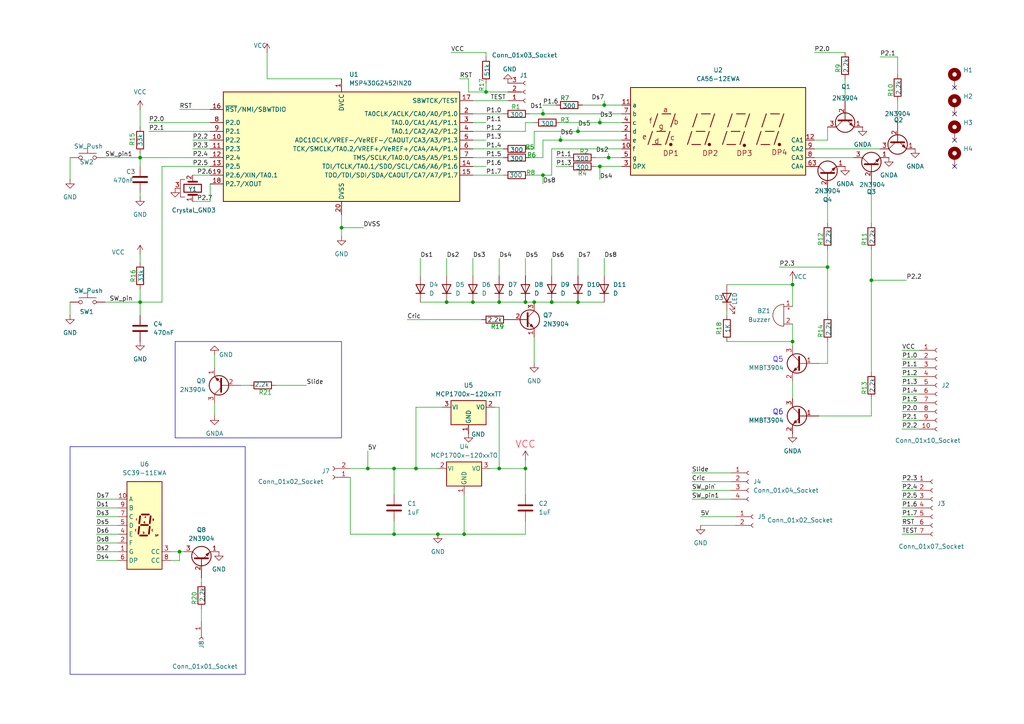
<source format=kicad_sch>
(kicad_sch (version 20231120) (generator "eeschema") (generator_version "8.0")
  (paper "A4")
  (junction (at 175.26 30.48))
  (junction (at 144.78 135.89))
  (junction (at 173.99 48.26))
  (junction (at 152.4 87.63))
  (junction (at 152.4 135.89))
  (junction (at 173.99 35.56))
  (junction (at 176.53 45.72))
  (junction (at 229.87 99.06))
  (junction (at 240.03 77.47))
  (junction (at 162.56 40.64))
  (junction (at 144.78 87.63))
  (junction (at 127 154.94))
  (junction (at 137.16 87.63))
  (junction (at 106.68 135.89))
  (junction (at 167.64 38.1))
  (junction (at 157.48 50.8))
  (junction (at 40.64 87.63))
  (junction (at 120.65 135.89))
  (junction (at 99.06 66.04))
  (junction (at 160.02 87.63))
  (junction (at 129.54 87.63))
  (junction (at 52.07 160.02))
  (junction (at 40.64 45.72))
  (junction (at 229.87 82.55))
  (junction (at 157.48 33.02))
  (junction (at 140.97 26.67))
  (junction (at 167.64 87.63))
  (junction (at 154.94 87.63))
  (junction (at 134.62 154.94))
  (junction (at 114.3 135.89))
  (junction (at 252.73 81.28))
  (junction (at 114.3 154.94))
  (no_connect (at 276.86 48.26))
  (no_connect (at 276.86 33.02))
  (no_connect (at 276.86 25.4))
  (no_connect (at 276.86 40.64))
  (wire (pts (xy 140.97 26.67) (xy 147.32 26.67)))
  (wire (pts (xy 212.09 137.16) (xy 200.66 137.16)))
  (wire (pts (xy 137.16 29.21) (xy 147.32 29.21)))
  (wire (pts (xy 34.29 144.78) (xy 27.94 144.78)))
  (wire (pts (xy 261.62 142.24) (xy 265.43 142.24)))
  (wire (pts (xy 133.35 22.86) (xy 135.89 22.86)))
  (wire (pts (xy 154.94 35.56) (xy 152.4 35.56)))
  (wire (pts (xy 261.62 119.38) (xy 266.7 119.38)))
  (wire (pts (xy 40.64 87.63) (xy 40.64 91.44)))
  (wire (pts (xy 152.4 151.13) (xy 152.4 154.94)))
  (wire (pts (xy 176.53 45.72) (xy 180.34 45.72)))
  (wire (pts (xy 261.62 114.3) (xy 266.7 114.3)))
  (wire (pts (xy 210.82 99.06) (xy 229.87 99.06)))
  (wire (pts (xy 40.64 45.72) (xy 40.64 48.26)))
  (wire (pts (xy 49.53 160.02) (xy 52.07 160.02)))
  (wire (pts (xy 137.16 40.64) (xy 140.97 40.64)))
  (wire (pts (xy 140.97 15.24) (xy 140.97 16.51)))
  (wire (pts (xy 261.62 111.76) (xy 266.7 111.76)))
  (wire (pts (xy 261.62 121.92) (xy 266.7 121.92)))
  (wire (pts (xy 121.92 87.63) (xy 129.54 87.63)))
  (wire (pts (xy 134.62 154.94) (xy 134.62 143.51)))
  (wire (pts (xy 20.32 87.63) (xy 20.32 91.44)))
  (wire (pts (xy 40.64 87.63) (xy 46.99 87.63)))
  (wire (pts (xy 252.73 64.77) (xy 252.73 53.34)))
  (wire (pts (xy 261.62 149.86) (xy 265.43 149.86)))
  (wire (pts (xy 157.48 31.75) (xy 157.48 33.02)))
  (wire (pts (xy 20.32 45.72) (xy 20.32 52.07)))
  (wire (pts (xy 261.62 147.32) (xy 265.43 147.32)))
  (wire (pts (xy 43.18 35.56) (xy 60.96 35.56)))
  (wire (pts (xy 137.16 43.18) (xy 146.05 43.18)))
  (wire (pts (xy 162.56 40.64) (xy 157.48 40.64)))
  (wire (pts (xy 167.64 74.93) (xy 167.64 80.01)))
  (wire (pts (xy 261.62 104.14) (xy 266.7 104.14)))
  (wire (pts (xy 240.03 36.83) (xy 240.03 40.64)))
  (wire (pts (xy 261.62 101.6) (xy 266.7 101.6)))
  (wire (pts (xy 27.94 160.02) (xy 34.29 160.02)))
  (wire (pts (xy 69.85 111.76) (xy 72.39 111.76)))
  (wire (pts (xy 240.03 91.44) (xy 240.03 77.47)))
  (wire (pts (xy 55.88 58.42) (xy 60.96 58.42)))
  (wire (pts (xy 261.62 124.46) (xy 266.7 124.46)))
  (wire (pts (xy 173.99 34.29) (xy 173.99 35.56)))
  (wire (pts (xy 245.11 22.86) (xy 245.11 29.21)))
  (wire (pts (xy 157.48 50.8) (xy 153.67 50.8)))
  (wire (pts (xy 40.64 55.88) (xy 40.64 57.15)))
  (wire (pts (xy 114.3 135.89) (xy 114.3 143.51)))
  (wire (pts (xy 62.23 116.84) (xy 62.23 120.65)))
  (wire (pts (xy 114.3 135.89) (xy 120.65 135.89)))
  (wire (pts (xy 55.88 50.8) (xy 60.96 50.8)))
  (wire (pts (xy 43.18 38.1) (xy 60.96 38.1)))
  (wire (pts (xy 121.92 74.93) (xy 121.92 80.01)))
  (wire (pts (xy 101.6 138.43) (xy 101.6 154.94)))
  (wire (pts (xy 114.3 154.94) (xy 127 154.94)))
  (wire (pts (xy 40.64 31.75) (xy 40.64 36.83)))
  (wire (pts (xy 175.26 29.21) (xy 175.26 30.48)))
  (wire (pts (xy 154.94 38.1) (xy 154.94 43.18)))
  (wire (pts (xy 34.29 147.32) (xy 27.94 147.32)))
  (wire (pts (xy 129.54 87.63) (xy 137.16 87.63)))
  (wire (pts (xy 144.78 118.11) (xy 144.78 135.89)))
  (wire (pts (xy 142.24 135.89) (xy 144.78 135.89)))
  (wire (pts (xy 27.94 157.48) (xy 34.29 157.48)))
  (wire (pts (xy 101.6 154.94) (xy 114.3 154.94)))
  (wire (pts (xy 55.88 40.64) (xy 60.96 40.64)))
  (wire (pts (xy 27.94 162.56) (xy 34.29 162.56)))
  (wire (pts (xy 237.49 120.65) (xy 252.73 120.65)))
  (wire (pts (xy 120.65 135.89) (xy 127 135.89)))
  (wire (pts (xy 99.06 22.86) (xy 77.47 22.86)))
  (wire (pts (xy 173.99 48.26) (xy 173.99 52.07)))
  (wire (pts (xy 55.88 43.18) (xy 60.96 43.18)))
  (wire (pts (xy 245.11 15.24) (xy 236.22 15.24)))
  (wire (pts (xy 52.07 160.02) (xy 53.34 160.02)))
  (wire (pts (xy 128.27 118.11) (xy 120.65 118.11)))
  (wire (pts (xy 99.06 66.04) (xy 99.06 62.23)))
  (wire (pts (xy 140.97 15.24) (xy 130.81 15.24)))
  (wire (pts (xy 210.82 82.55) (xy 229.87 82.55)))
  (wire (pts (xy 260.35 29.21) (xy 260.35 35.56)))
  (wire (pts (xy 252.73 81.28) (xy 252.73 72.39)))
  (wire (pts (xy 261.62 152.4) (xy 265.43 152.4)))
  (wire (pts (xy 101.6 135.89) (xy 106.68 135.89)))
  (wire (pts (xy 137.16 38.1) (xy 152.4 38.1)))
  (wire (pts (xy 236.22 48.26) (xy 234.95 48.26)))
  (wire (pts (xy 105.41 66.04) (xy 99.06 66.04)))
  (wire (pts (xy 99.06 68.58) (xy 99.06 66.04)))
  (wire (pts (xy 144.78 87.63) (xy 152.4 87.63)))
  (wire (pts (xy 261.62 106.68) (xy 266.7 106.68)))
  (wire (pts (xy 167.64 87.63) (xy 175.26 87.63)))
  (wire (pts (xy 137.16 87.63) (xy 144.78 87.63)))
  (wire (pts (xy 212.09 144.78) (xy 200.66 144.78)))
  (wire (pts (xy 200.66 139.7) (xy 212.09 139.7)))
  (wire (pts (xy 175.26 30.48) (xy 180.34 30.48)))
  (wire (pts (xy 161.29 45.72) (xy 165.1 45.72)))
  (wire (pts (xy 260.35 16.51) (xy 255.27 16.51)))
  (wire (pts (xy 229.87 81.28) (xy 229.87 82.55)))
  (wire (pts (xy 144.78 135.89) (xy 152.4 135.89)))
  (wire (pts (xy 229.87 82.55) (xy 229.87 88.9)))
  (wire (pts (xy 261.62 109.22) (xy 266.7 109.22)))
  (wire (pts (xy 162.56 35.56) (xy 173.99 35.56)))
  (wire (pts (xy 154.94 87.63) (xy 160.02 87.63)))
  (wire (pts (xy 226.06 77.47) (xy 240.03 77.47)))
  (wire (pts (xy 152.4 135.89) (xy 152.4 143.51)))
  (wire (pts (xy 160.02 50.8) (xy 157.48 50.8)))
  (wire (pts (xy 168.91 30.48) (xy 175.26 30.48)))
  (wire (pts (xy 129.54 74.93) (xy 129.54 80.01)))
  (wire (pts (xy 167.64 38.1) (xy 180.34 38.1)))
  (wire (pts (xy 118.11 92.71) (xy 139.7 92.71)))
  (wire (pts (xy 210.82 90.17) (xy 210.82 91.44)))
  (wire (pts (xy 140.97 24.13) (xy 140.97 26.67)))
  (wire (pts (xy 137.16 50.8) (xy 146.05 50.8)))
  (wire (pts (xy 162.56 39.37) (xy 162.56 40.64)))
  (wire (pts (xy 175.26 74.93) (xy 175.26 80.01)))
  (wire (pts (xy 229.87 93.98) (xy 229.87 99.06)))
  (wire (pts (xy 160.02 43.18) (xy 180.34 43.18)))
  (wire (pts (xy 240.03 77.47) (xy 240.03 72.39)))
  (wire (pts (xy 236.22 45.72) (xy 247.65 45.72)))
  (wire (pts (xy 154.94 38.1) (xy 167.64 38.1)))
  (wire (pts (xy 173.99 35.56) (xy 180.34 35.56)))
  (wire (pts (xy 252.73 81.28) (xy 262.89 81.28)))
  (wire (pts (xy 52.07 31.75) (xy 60.96 31.75)))
  (wire (pts (xy 114.3 151.13) (xy 114.3 154.94)))
  (wire (pts (xy 40.64 73.66) (xy 40.64 76.2)))
  (wire (pts (xy 172.72 45.72) (xy 176.53 45.72)))
  (wire (pts (xy 160.02 87.63) (xy 167.64 87.63)))
  (wire (pts (xy 40.64 44.45) (xy 40.64 45.72)))
  (wire (pts (xy 135.89 22.86) (xy 135.89 26.67)))
  (wire (pts (xy 58.42 176.53) (xy 58.42 180.34)))
  (wire (pts (xy 143.51 118.11) (xy 144.78 118.11)))
  (wire (pts (xy 106.68 135.89) (xy 114.3 135.89)))
  (wire (pts (xy 157.48 45.72) (xy 153.67 45.72)))
  (wire (pts (xy 137.16 74.93) (xy 137.16 80.01)))
  (wire (pts (xy 229.87 99.06) (xy 229.87 100.33)))
  (wire (pts (xy 260.35 16.51) (xy 260.35 21.59)))
  (wire (pts (xy 30.48 87.63) (xy 40.64 87.63)))
  (wire (pts (xy 137.16 33.02) (xy 146.05 33.02)))
  (wire (pts (xy 200.66 142.24) (xy 212.09 142.24)))
  (wire (pts (xy 172.72 48.26) (xy 173.99 48.26)))
  (wire (pts (xy 40.64 45.72) (xy 60.96 45.72)))
  (wire (pts (xy 162.56 40.64) (xy 180.34 40.64)))
  (wire (pts (xy 157.48 30.48) (xy 161.29 30.48)))
  (wire (pts (xy 80.01 111.76) (xy 88.9 111.76)))
  (wire (pts (xy 137.16 48.26) (xy 140.97 48.26)))
  (wire (pts (xy 167.64 36.83) (xy 167.64 38.1)))
  (wire (pts (xy 240.03 105.41) (xy 240.03 99.06)))
  (wire (pts (xy 261.62 144.78) (xy 265.43 144.78)))
  (wire (pts (xy 157.48 33.02) (xy 180.34 33.02)))
  (wire (pts (xy 240.03 64.77) (xy 240.03 55.88)))
  (wire (pts (xy 127 154.94) (xy 134.62 154.94)))
  (wire (pts (xy 160.02 43.18) (xy 160.02 50.8)))
  (wire (pts (xy 30.48 45.72) (xy 40.64 45.72)))
  (wire (pts (xy 34.29 152.4) (xy 27.94 152.4)))
  (wire (pts (xy 152.4 87.63) (xy 154.94 87.63)))
  (wire (pts (xy 77.47 15.24) (xy 77.47 22.86)))
  (wire (pts (xy 252.73 120.65) (xy 252.73 115.57)))
  (wire (pts (xy 203.2 149.86) (xy 213.36 149.86)))
  (wire (pts (xy 40.64 83.82) (xy 40.64 87.63)))
  (wire (pts (xy 261.62 116.84) (xy 266.7 116.84)))
  (wire (pts (xy 252.73 107.95) (xy 252.73 81.28)))
  (wire (pts (xy 153.67 43.18) (xy 154.94 43.18)))
  (wire (pts (xy 152.4 133.35) (xy 152.4 135.89)))
  (wire (pts (xy 34.29 154.94) (xy 27.94 154.94)))
  (wire (pts (xy 34.29 149.86) (xy 27.94 149.86)))
  (wire (pts (xy 46.99 48.26) (xy 46.99 87.63)))
  (wire (pts (xy 134.62 154.94) (xy 152.4 154.94)))
  (wire (pts (xy 46.99 48.26) (xy 60.96 48.26)))
  (wire (pts (xy 135.89 26.67) (xy 140.97 26.67)))
  (wire (pts (xy 161.29 48.26) (xy 165.1 48.26)))
  (wire (pts (xy 62.23 102.87) (xy 62.23 106.68)))
  (wire (pts (xy 58.42 167.64) (xy 58.42 168.91)))
  (wire (pts (xy 153.67 33.02) (xy 157.48 33.02)))
  (wire (pts (xy 236.22 43.18) (xy 255.27 43.18)))
  (wire (pts (xy 137.16 35.56) (xy 140.97 35.56)))
  (wire (pts (xy 144.78 74.93) (xy 144.78 80.01)))
  (wire (pts (xy 160.02 74.93) (xy 160.02 80.01)))
  (wire (pts (xy 261.62 154.94) (xy 265.43 154.94)))
  (wire (pts (xy 120.65 118.11) (xy 120.65 135.89)))
  (wire (pts (xy 137.16 45.72) (xy 146.05 45.72)))
  (wire (pts (xy 176.53 44.45) (xy 176.53 45.72)))
  (wire (pts (xy 152.4 35.56) (xy 152.4 38.1)))
  (wire (pts (xy 229.87 110.49) (xy 229.87 115.57)))
  (wire (pts (xy 49.53 162.56) (xy 52.07 162.56)))
  (wire (pts (xy 203.2 152.4) (xy 213.36 152.4)))
  (wire (pts (xy 157.48 50.8) (xy 157.48 53.34)))
  (wire (pts (xy 154.94 105.41) (xy 154.94 97.79)))
  (wire (pts (xy 52.07 162.56) (xy 52.07 160.02)))
  (wire (pts (xy 240.03 40.64) (xy 236.22 40.64)))
  (wire (pts (xy 237.49 105.41) (xy 240.03 105.41)))
  (wire (pts (xy 106.68 130.81) (xy 106.68 135.89)))
  (wire (pts (xy 173.99 48.26) (xy 180.34 48.26)))
  (wire (pts (xy 157.48 40.64) (xy 157.48 45.72)))
  (wire (pts (xy 261.62 139.7) (xy 265.43 139.7)))
  (wire (pts (xy 60.96 53.34) (xy 60.96 58.42)))
  (wire (pts (xy 152.4 74.93) (xy 152.4 80.01)))
  (rectangle (start 20.32 129.54) (end 71.12 195.58))
  (rectangle (start 50.8 99.06) (end 99.06 127))
  (label "Cric" (at 118.11 92.71 0))
  (label "Ds6" (at 162.56 39.37 0))
  (label "Ds5" (at 152.4 74.93 0))
  (label "VCC" (at 261.62 101.6 0))
  (label "Ds8" (at 27.94 157.48 0))
  (label "SW_pin1" (at 30.48 45.72 0))
  (label "P2.0" (at 43.18 35.56 0))
  (label "P1.0" (at 261.62 104.14 0))
  (label "Slide" (at 88.9 111.76 0))
  (label "P2.2" (at 261.62 124.46 0))
  (label "P1.1" (at 140.97 35.56 0))
  (label "Ds3" (at 27.94 149.86 0))
  (label "Ds2" (at 129.54 74.93 0))
  (label "Ds6" (at 27.94 154.94 0))
  (label "RST" (at 261.62 152.4 0))
  (label "P1.3" (at 161.29 48.26 0))
  (label "Ds5" (at 27.94 152.4 0))
  (label "Ds1" (at 121.92 74.93 0))
  (label "RST" (at 133.35 22.86 0))
  (label "Ds1" (at 157.48 31.75 180))
  (label "P2.0" (at 261.62 119.38 0))
  (label "SW_pin" (at 31.75 87.63 0))
  (label "P1.6" (at 157.48 30.48 0))
  (label "Ds7" (at 27.94 144.78 0))
  (label "P1.5" (at 140.97 45.72 0))
  (label "P1.1" (at 161.29 45.72 0))
  (label "SW_pin1" (at 200.66 144.78 0))
  (label "Ds3" (at 173.99 34.29 0))
  (label "Ds6" (at 160.02 74.93 0))
  (label "P2.2" (at 262.89 81.28 0))
  (label "P2.1" (at 43.18 38.1 0))
  (label "Slide" (at 200.66 137.16 0))
  (label "Ds4" (at 27.94 162.56 0))
  (label "P2.1" (at 255.27 16.51 0))
  (label "P1.7" (at 140.97 50.8 0))
  (label "Ds4" (at 173.99 52.07 0))
  (label "5V" (at 203.2 149.86 0))
  (label "P1.3" (at 261.62 111.76 0))
  (label "Cric" (at 200.66 139.7 0))
  (label "Ds8" (at 157.48 53.34 0))
  (label "Ds8" (at 175.26 74.93 0))
  (label "P1.7" (at 261.62 149.86 0))
  (label "P1.6" (at 140.97 48.26 0))
  (label "Ds4" (at 144.78 74.93 0))
  (label "P2.1" (at 261.62 121.92 0))
  (label "Ds1" (at 27.94 147.32 0))
  (label "Ds7" (at 175.26 29.21 180))
  (label "P1.1" (at 261.62 106.68 0))
  (label "Ds2" (at 27.94 160.02 0))
  (label "Ds7" (at 167.64 74.93 0))
  (label "P2.2" (at 55.88 40.64 0))
  (label "Ds2" (at 176.53 44.45 180))
  (label "P1.2" (at 261.62 109.22 0))
  (label "P2.5" (at 55.88 48.26 0))
  (label "5V" (at 106.68 130.81 0))
  (label "RST" (at 52.07 31.75 0))
  (label "TEST" (at 261.62 154.94 0))
  (label "`" (at 207.01 142.24 0))
  (label "P1.4" (at 261.62 114.3 0))
  (label "Ds3" (at 137.16 74.93 0))
  (label "VCC" (at 130.81 15.24 0))
  (label "Ds5" (at 167.64 36.83 0))
  (label "P2.4" (at 55.88 45.72 0))
  (label "P1.4" (at 140.97 43.18 0))
  (label "P2.6" (at 57.15 50.8 0))
  (label "P2.3" (at 261.62 139.7 0))
  (label "DVSS" (at 105.41 66.04 0))
  (label "P2.0" (at 236.22 15.24 0))
  (label "P1.0" (at 140.97 33.02 0))
  (label "P2.3" (at 55.88 43.18 0))
  (label "P2.7" (at 57.15 58.42 0))
  (label "P1.3" (at 140.97 40.64 0))
  (label "P1.6" (at 261.62 147.32 0))
  (label "TEST" (at 142.24 29.21 0))
  (label "P1.2" (at 140.97 38.1 0))
  (label "SW_pin" (at 200.66 142.24 0))
  (label "P2.4" (at 261.62 142.24 0))
  (label "P1.5" (at 261.62 116.84 0))
  (label "P2.3" (at 226.06 77.47 0))
  (label "P2.5" (at 261.62 144.78 0))
  (symbol (lib_id "Device:R") (at 143.51 92.71 270) (unit 1)
    (property "Reference" "R19" (at 144.272 94.742 90))
    (property "Value" "2.2k" (at 143.51 92.71 90))
    (property "Footprint" "Resistor_SMD:R_1206_3216Metric_Pad1.30x1.75mm_HandSolder" (effects (hide yes)))
    (property "Description" "Resistor" (effects (hide yes)))
  )
  (symbol (lib_id "Device:C") (at 114.3 147.32 0) (unit 1)
    (property "Reference" "C1" (at 118.11 146.0499 0) (effects (justify left)))
    (property "Value" "1uF" (at 118.11 148.5899 0) (effects (justify left)))
    (property "Footprint" "Capacitor_SMD:C_1206_3216Metric_Pad1.33x1.80mm_HandSolder" (effects (hide yes)))
    (property "Description" "Unpolarized capacitor" (effects (hide yes)))
  )
  (symbol (lib_id "Transistor_BJT:2N3904") (at 152.4 92.71 0) (unit 1)
    (property "Reference" "Q7" (at 157.48 91.4399 0) (effects (justify left)))
    (property "Value" "2N3904" (at 157.48 93.9799 0) (effects (justify left)))
    (property "Footprint" "Package_TO_SOT_THT:TO-92_Inline" (effects (hide yes)))
    (property "Datasheet" "https://www.onsemi.com/pub/Collateral/2N3903-D.PDF" (effects (hide yes)))
    (property "Description" "0.2A Ic, 40V Vce, Small Signal NPN Transistor, TO-92" (effects (hide yes)))
  )
  (symbol (lib_id "Connector:Conn_01x02_Socket") (at 218.44 149.86 0) (unit 1)
    (property "Reference" "J5" (at 219.71 149.8599 0) (effects (justify left)))
    (property "Value" "Conn_01x02_Socket" (at 222.504 150.876 0) (effects (justify left)))
    (property "Footprint" "Connector_PinHeader_2.54mm:PinHeader_1x02_P2.54mm_Vertical" (effects (hide yes)))
    (property "Description" "Generic connector, single row, 01x02, script generated" (effects (hide yes)))
  )
  (symbol (lib_id "Device:R") (at 76.2 111.76 270) (unit 1)
    (property "Reference" "R21" (at 76.962 113.792 90))
    (property "Value" "2.2k" (at 75.946 111.506 90))
    (property "Footprint" "Resistor_SMD:R_1206_3216Metric_Pad1.30x1.75mm_HandSolder" (effects (hide yes)))
    (property "Description" "Resistor" (effects (hide yes)))
  )
  (symbol (lib_id "Connector:Conn_01x10_Socket") (at 271.78 111.76 0) (unit 1)
    (property "Reference" "J2" (at 273.05 111.7599 0) (effects (justify left)))
    (property "Value" "Conn_01x10_Socket" (at 259.588 127.762 0) (effects (justify left)))
    (property "Footprint" "Connector_PinHeader_2.54mm:PinHeader_1x10_P2.54mm_Vertical" (effects (hide yes)))
    (property "Description" "Generic connector, single row, 01x10, script generated" (effects (hide yes)))
  )
  (symbol (lib_id "Device:D") (at 152.4 83.82 90) (unit 1)
    (property "Reference" "D8" (at 154.94 82.5499 90) (effects (justify right)))
    (property "Value" "D" (at 154.94 85.0899 90) (effects (justify right)))
    (property "Description" "Diode" (effects (hide yes)))
    (property "Sim.Device" "D" (effects (hide yes)))
    (property "Sim.Pins" "1=K 2=A" (effects (hide yes)))
  )
  (symbol (lib_id "Device:R") (at 165.1 30.48 90) (unit 1)
    (property "Reference" "R7" (at 163.83 28.448 90))
    (property "Value" "300" (at 165.1 30.734 90))
    (property "Footprint" "Resistor_SMD:R_1206_3216Metric_Pad1.30x1.75mm_HandSolder" (effects (hide yes)))
    (property "Description" "Resistor" (effects (hide yes)))
  )
  (symbol (lib_id "Device:R") (at 210.82 95.25 180) (unit 1)
    (property "Reference" "R18" (at 208.534 95.25 90))
    (property "Value" "1K" (at 211.074 95.25 90))
    (property "Footprint" "Resistor_SMD:R_1206_3216Metric_Pad1.30x1.75mm_HandSolder" (effects (hide yes)))
    (property "Description" "Resistor" (effects (hide yes)))
  )
  (symbol (lib_id "Device:D") (at 167.64 83.82 90) (unit 1)
    (property "Reference" "D10" (at 170.18 82.5499 90) (effects (justify right)))
    (property "Value" "D" (at 170.18 85.0899 90) (effects (justify right)))
    (property "Description" "Diode" (effects (hide yes)))
    (property "Sim.Device" "D" (effects (hide yes)))
    (property "Sim.Pins" "1=K 2=A" (effects (hide yes)))
  )
  (symbol (lib_id "Device:R") (at 149.86 45.72 90) (unit 1)
    (property "Reference" "R6" (at 154.178 44.958 90))
    (property "Value" "300" (at 149.86 45.974 90))
    (property "Footprint" "Resistor_SMD:R_1206_3216Metric_Pad1.30x1.75mm_HandSolder" (effects (hide yes)))
    (property "Description" "Resistor" (effects (hide yes)))
  )
  (symbol (lib_id "Display_Character:SC39-11EWA") (at 41.91 152.4 0) (unit 1)
    (property "Reference" "U6" (at 41.91 134.62 0))
    (property "Value" "SC39-11EWA" (at 41.91 137.16 0))
    (property "Footprint" "Display_7Segment:Sx39-1xxxxx" (effects (hide yes)))
    (property "Datasheet" "http://www.kingbrightusa.com/images/catalog/SPEC/sc39-11ewa.pdf" (effects (hide yes)))
    (property "Description" "Single digit 7 segment display, high efficiency red, common cathode" (effects (hide yes)))
  )
  (symbol (lib_id "power:GNDA") (at 265.43 43.18 0) (unit 1)
    (property "Reference" "#PWR09" (effects (hide yes)))
    (property "Value" "GNDA" (at 265.43 48.26 0))
    (property "Description" "Power symbol creates a global label with name \"GNDA\" , analog ground" (effects (hide yes)))
  )
  (symbol (lib_id "Switch:SW_Push") (at 25.4 87.63 0) (mirror y) (unit 1)
    (property "Reference" "SW1" (at 25.146 90.424 0))
    (property "Value" "SW_Push" (at 25.654 84.328 0))
    (property "Footprint" "Button_Switch_THT:SW_PUSH_6mm_H4.3mm" (effects (hide yes)))
    (property "Description" "Push button switch, generic, two pins" (effects (hide yes)))
  )
  (symbol (lib_id "Transistor_BJT:2N3904") (at 245.11 34.29 90) (mirror x) (unit 1)
    (property "Reference" "Q1" (at 245.364 25.146 90))
    (property "Value" "2N3904" (at 245.11 28.448 90))
    (property "Footprint" "Package_TO_SOT_THT:TO-92_Inline_Wide" (effects (hide yes)))
    (property "Datasheet" "https://www.onsemi.com/pub/Collateral/2N3903-D.PDF" (effects (hide yes)))
    (property "Description" "0.2A Ic, 40V Vce, Small Signal NPN Transistor, TO-92" (effects (hide yes)))
  )
  (symbol (lib_id "Switch:SW_Push") (at 25.4 45.72 0) (mirror y) (unit 1)
    (property "Reference" "SW2" (at 25.146 46.99 0))
    (property "Value" "SW_Push" (at 25.654 42.418 0))
    (property "Footprint" "Button_Switch_THT:SW_PUSH_6mm_H4.3mm" (effects (hide yes)))
    (property "Description" "Push button switch, generic, two pins" (effects (hide yes)))
  )
  (symbol (lib_id "Device:R") (at 252.73 111.76 180) (unit 1)
    (property "Reference" "R13" (at 250.698 112.522 90))
    (property "Value" "2.2k" (at 252.984 111.76 90))
    (property "Footprint" "Resistor_SMD:R_1206_3216Metric_Pad1.30x1.75mm_HandSolder" (effects (hide yes)))
    (property "Description" "Resistor" (effects (hide yes)))
  )
  (symbol (lib_id "Device:R") (at 149.86 33.02 90) (unit 1)
    (property "Reference" "R1" (at 149.606 30.988 90))
    (property "Value" "300" (at 149.86 33.274 90))
    (property "Footprint" "Resistor_SMD:R_1206_3216Metric_Pad1.30x1.75mm_HandSolder" (effects (hide yes)))
    (property "Description" "Resistor" (effects (hide yes)))
  )
  (symbol (lib_id "Connector:Conn_01x07_Socket") (at 270.51 147.32 0) (unit 1)
    (property "Reference" "J3" (at 271.78 146.0499 0) (effects (justify left)))
    (property "Value" "Conn_01x07_Socket" (at 260.604 158.496 0) (effects (justify left)))
    (property "Footprint" "Connector_PinHeader_2.54mm:PinHeader_1x07_P2.54mm_Vertical" (effects (hide yes)))
    (property "Description" "Generic connector, single row, 01x07, script generated" (effects (hide yes)))
  )
  (symbol (lib_id "Device:D") (at 144.78 83.82 90) (unit 1)
    (property "Reference" "D7" (at 147.32 82.5499 90) (effects (justify right)))
    (property "Value" "D" (at 147.32 85.0899 90) (effects (justify right)))
    (property "Description" "Diode" (effects (hide yes)))
    (property "Sim.Device" "D" (effects (hide yes)))
    (property "Sim.Pins" "1=K 2=A" (effects (hide yes)))
  )
  (symbol (lib_id "Regulator_Linear:MCP1700x-120xxTO") (at 134.62 135.89 0) (mirror x) (unit 1)
    (property "Reference" "U4" (at 134.62 129.54 0))
    (property "Value" "MCP1700x-120xxTO" (at 134.62 132.08 0))
    (property "Footprint" "Package_TO_SOT_THT:TO-92L_HandSolder" (effects (hide yes)))
    (property "Datasheet" "http://ww1.microchip.com/downloads/en/DeviceDoc/20001826D.pdf" (effects (hide yes)))
    (property "Description" "250mA Low Quiscent Current LDO, 1.2V output, TO-92" (effects (hide yes)))
  )
  (symbol (lib_id "power:GND") (at 20.32 52.07 0) (unit 1)
    (property "Reference" "#PWR03" (effects (hide yes)))
    (property "Value" "GND" (at 20.32 57.15 0))
    (property "Description" "Power symbol creates a global label with name \"GND\" , ground" (effects (hide yes)))
  )
  (symbol (lib_id "power:GND") (at 20.32 91.44 0) (unit 1)
    (property "Reference" "#PWR04" (effects (hide yes)))
    (property "Value" "GND" (at 20.32 96.52 0))
    (property "Description" "Power symbol creates a global label with name \"GND\" , ground" (effects (hide yes)))
  )
  (symbol (lib_id "Transistor_BJT:2N3904") (at 64.77 111.76 180) (unit 1)
    (property "Reference" "Q9" (at 59.69 110.4899 0) (effects (justify left)))
    (property "Value" "2N3904" (at 59.69 113.0299 0) (effects (justify left)))
    (property "Footprint" "Package_TO_SOT_THT:TO-92_Inline" (effects (hide yes)))
    (property "Datasheet" "https://www.onsemi.com/pub/Collateral/2N3903-D.PDF" (effects (hide yes)))
    (property "Description" "0.2A Ic, 40V Vce, Small Signal NPN Transistor, TO-92" (effects (hide yes)))
  )
  (symbol (lib_id "power:GNDA") (at 257.81 45.72 0) (unit 1)
    (property "Reference" "#PWR013" (effects (hide yes)))
    (property "Value" "GNDA" (at 257.81 50.8 0))
    (property "Description" "Power symbol creates a global label with name \"GNDA\" , analog ground" (effects (hide yes)))
  )
  (symbol (lib_id "power:GND") (at 62.23 102.87 180) (unit 1)
    (property "Reference" "#PWR024" (effects (hide yes)))
    (property "Value" "GND" (at 65.532 102.87 0))
    (property "Description" "Power symbol creates a global label with name \"GND\" , ground" (effects (hide yes)))
  )
  (symbol (lib_id "Device:LED") (at 210.82 86.36 90) (unit 1)
    (property "Reference" "D3" (at 208.534 86.36 90))
    (property "Value" "LED" (at 213.106 86.614 0))
    (property "Footprint" "LED_THT:LED_D5.0mm_Horizontal_O1.27mm_Z3.0mm_Clear" (effects (hide yes)))
    (property "Description" "Light emitting diode" (effects (hide yes)))
  )
  (symbol (lib_id "Device:C") (at 152.4 147.32 0) (unit 1)
    (property "Reference" "C2" (at 156.21 146.0499 0) (effects (justify left)))
    (property "Value" "1uF" (at 156.21 148.5899 0) (effects (justify left)))
    (property "Footprint" "Capacitor_SMD:C_1206_3216Metric_Pad1.33x1.80mm_HandSolder" (effects (hide yes)))
    (property "Description" "Unpolarized capacitor" (effects (hide yes)))
  )
  (symbol (lib_id "Device:R") (at 58.42 172.72 180) (unit 1)
    (property "Reference" "R20" (at 56.388 173.482 90))
    (property "Value" "2.2k" (at 58.674 172.466 90))
    (property "Footprint" "Resistor_SMD:R_1206_3216Metric_Pad1.30x1.75mm_HandSolder" (effects (hide yes)))
    (property "Description" "Resistor" (effects (hide yes)))
  )
  (symbol (lib_id "power:GNDA") (at 245.11 48.26 0) (unit 1)
    (property "Reference" "#PWR014" (effects (hide yes)))
    (property "Value" "GNDA" (at 245.11 53.34 0))
    (property "Description" "Power symbol creates a global label with name \"GNDA\" , analog ground" (effects (hide yes)))
  )
  (symbol (lib_id "Transistor_BJT:2N3904") (at 260.35 40.64 90) (mirror x) (unit 1)
    (property "Reference" "Q2" (at 260.604 34.798 90))
    (property "Value" "2N3904" (at 260.35 33.02 90))
    (property "Footprint" "Package_TO_SOT_THT:TO-92_Inline_Wide" (effects (hide yes)))
    (property "Datasheet" "https://www.onsemi.com/pub/Collateral/2N3903-D.PDF" (effects (hide yes)))
    (property "Description" "0.2A Ic, 40V Vce, Small Signal NPN Transistor, TO-92" (effects (hide yes)))
  )
  (symbol (lib_id "Device:D") (at 129.54 83.82 90) (unit 1)
    (property "Reference" "D5" (at 132.08 82.5499 90) (effects (justify right)))
    (property "Value" "D" (at 132.08 85.0899 90) (effects (justify right)))
    (property "Description" "Diode" (effects (hide yes)))
    (property "Sim.Device" "D" (effects (hide yes)))
    (property "Sim.Pins" "1=K 2=A" (effects (hide yes)))
  )
  (symbol (lib_id "power:GND") (at 50.8 54.61 0) (unit 1)
    (property "Reference" "#PWR01" (effects (hide yes)))
    (property "Value" "GND" (effects (hide yes)))
    (property "Description" "Power symbol creates a global label with name \"GND\" , ground" (effects (hide yes)))
  )
  (symbol (lib_id "Device:R") (at 168.91 45.72 90) (unit 1)
    (property "Reference" "R2" (at 169.418 43.942 90))
    (property "Value" "300" (at 168.91 45.974 90))
    (property "Footprint" "Resistor_SMD:R_1206_3216Metric_Pad1.30x1.75mm_HandSolder" (effects (hide yes)))
    (property "Description" "Resistor" (effects (hide yes)))
  )
  (symbol (lib_id "power:GND") (at 127 154.94 0) (unit 1)
    (property "Reference" "#PWR07" (effects (hide yes)))
    (property "Value" "GND" (at 127 160.02 0))
    (property "Description" "Power symbol creates a global label with name \"GND\" , ground" (effects (hide yes)))
  )
  (symbol (lib_id "Device:R") (at 149.86 43.18 90) (unit 1)
    (property "Reference" "R5" (at 153.67 42.672 90))
    (property "Value" "300" (at 149.86 43.434 90))
    (property "Footprint" "Resistor_SMD:R_1206_3216Metric_Pad1.30x1.75mm_HandSolder" (effects (hide yes)))
    (property "Description" "Resistor" (effects (hide yes)))
  )
  (symbol (lib_id "Connector:Conn_01x03_Socket") (at 152.4 26.67 0) (mirror x) (unit 1)
    (property "Reference" "J1" (at 151.892 21.844 0))
    (property "Value" "Conn_01x03_Socket" (at 152.146 16.002 0))
    (property "Footprint" "Connector_PinHeader_2.54mm:PinHeader_1x03_P2.54mm_Vertical" (effects (hide yes)))
    (property "Description" "Generic connector, single row, 01x03, script generated" (effects (hide yes)))
  )
  (symbol (lib_id "power:VCC") (at 40.64 73.66 0) (unit 1)
    (property "Reference" "#PWR012" (effects (hide yes)))
    (property "Value" "VCC" (at 34.29 73.152 0))
    (property "Description" "Power symbol creates a global label with name \"VCC\"" (effects (hide yes)))
  )
  (symbol (lib_id "Device:R") (at 149.86 50.8 90) (unit 1)
    (property "Reference" "R8" (at 153.924 50.038 90))
    (property "Value" "300" (at 149.606 50.8 90))
    (property "Footprint" "Resistor_SMD:R_1206_3216Metric_Pad1.30x1.75mm_HandSolder" (effects (hide yes)))
    (property "Description" "Resistor" (effects (hide yes)))
  )
  (symbol (lib_id "Device:R") (at 245.11 19.05 180) (unit 1)
    (property "Reference" "R9" (at 243.078 19.812 90))
    (property "Value" "2.2k" (at 245.364 19.05 90))
    (property "Footprint" "Resistor_SMD:R_1206_3216Metric_Pad1.30x1.75mm_HandSolder" (effects (hide yes)))
    (property "Description" "Resistor" (effects (hide yes)))
  )
  (symbol (lib_id "Device:D") (at 160.02 83.82 90) (unit 1)
    (property "Reference" "D9" (at 162.56 82.5499 90) (effects (justify right)))
    (property "Value" "D" (at 162.56 85.0899 90) (effects (justify right)))
    (property "Description" "Diode" (effects (hide yes)))
    (property "Sim.Device" "D" (effects (hide yes)))
    (property "Sim.Pins" "1=K 2=A" (effects (hide yes)))
  )
  (symbol (lib_id "power:GND") (at 135.89 125.73 0) (unit 1)
    (property "Reference" "#PWR011" (effects (hide yes)))
    (property "Value" "GND" (at 138.684 125.984 0))
    (property "Description" "Power symbol creates a global label with name \"GND\" , ground" (effects (hide yes)))
  )
  (symbol (lib_id "power:GNDA") (at 229.87 125.73 0) (unit 1)
    (property "Reference" "#PWR017" (effects (hide yes)))
    (property "Value" "GNDA" (at 229.87 130.81 0))
    (property "Description" "Power symbol creates a global label with name \"GNDA\" , analog ground" (effects (hide yes)))
  )
  (symbol (lib_id "Device:R") (at 240.03 95.25 180) (unit 1)
    (property "Reference" "R14" (at 237.998 96.012 90))
    (property "Value" "2.2k" (at 240.284 95.25 90))
    (property "Footprint" "Resistor_SMD:R_1206_3216Metric_Pad1.30x1.75mm_HandSolder" (effects (hide yes)))
    (property "Description" "Resistor" (effects (hide yes)))
  )
  (symbol (lib_id "Mechanical:MountingHole_Pad") (at 276.86 22.86 0) (unit 1) (exclude_from_sim yes) (in_bom no)
    (property "Reference" "H1" (at 279.4 20.3199 0) (effects (justify left)))
    (property "Value" "MountingHole_Pad" (effects (hide yes)))
    (property "Footprint" "MountingHole:MountingHole_2.2mm_M2_DIN965_Pad" (effects (hide yes)))
    (property "Description" "Mounting Hole with connection" (effects (hide yes)))
  )
  (symbol (lib_id "Device:D") (at 175.26 83.82 90) (unit 1)
    (property "Reference" "D11" (at 177.8 82.5499 90) (effects (justify right)))
    (property "Value" "D" (at 177.8 85.0899 90) (effects (justify right)))
    (property "Description" "Diode" (effects (hide yes)))
    (property "Sim.Device" "D" (effects (hide yes)))
    (property "Sim.Pins" "1=K 2=A" (effects (hide yes)))
  )
  (symbol (lib_id "Mechanical:MountingHole_Pad") (at 276.86 38.1 0) (unit 1) (exclude_from_sim yes) (in_bom no)
    (property "Reference" "H3" (at 279.4 35.5599 0) (effects (justify left)))
    (property "Value" "MountingHole_Pad" (effects (hide yes)))
    (property "Footprint" "MountingHole:MountingHole_2.2mm_M2_DIN965_Pad" (effects (hide yes)))
    (property "Description" "Mounting Hole with connection" (effects (hide yes)))
  )
  (symbol (lib_id "Connector:Conn_01x04_Socket") (at 217.17 139.7 0) (unit 1)
    (property "Reference" "J4" (at 218.44 139.6999 0) (effects (justify left)))
    (property "Value" "Conn_01x04_Socket" (at 218.44 142.2399 0) (effects (justify left)))
    (property "Footprint" "Connector_PinHeader_2.54mm:PinHeader_1x02_P2.54mm_Vertical" (effects (hide yes)))
    (property "Description" "Generic connector, single row, 01x04, script generated" (effects (hide yes)))
  )
  (symbol (lib_id "Device:D") (at 137.16 83.82 90) (unit 1)
    (property "Reference" "D6" (at 139.7 82.5499 90) (effects (justify right)))
    (property "Value" "D" (at 139.7 85.0899 90) (effects (justify right)))
    (property "Description" "Diode" (effects (hide yes)))
    (property "Sim.Device" "D" (effects (hide yes)))
    (property "Sim.Pins" "1=K 2=A" (effects (hide yes)))
  )
  (symbol (lib_id "Device:Crystal_GND3") (at 55.88 54.61 270) (mirror x) (unit 1)
    (property "Reference" "Y1" (at 54.61 54.864 90) (effects (justify left)))
    (property "Value" "Crystal_GND3" (at 49.784 60.96 90) (effects (justify left)))
    (property "Footprint" "Crystal_DS26_D2.0mm_L6.0mm_Horizontal_1EP_style2" (effects (hide yes)))
    (property "Description" "Three pin crystal, GND on pin 3" (effects (hide yes)))
  )
  (symbol (lib_id "power:VCC") (at 77.47 15.24 0) (unit 1)
    (property "Reference" "#PWR016" (effects (hide yes)))
    (property "Value" "VCC" (at 75.438 13.208 0))
    (property "Description" "Power symbol creates a global label with name \"VCC\"" (effects (hide yes)))
  )
  (symbol (lib_id "Device:R") (at 168.91 48.26 90) (unit 1)
    (property "Reference" "R4" (at 168.91 50.292 90))
    (property "Value" "300" (at 168.91 48.514 90))
    (property "Footprint" "Resistor_SMD:R_1206_3216Metric_Pad1.30x1.75mm_HandSolder" (effects (hide yes)))
    (property "Description" "Resistor" (effects (hide yes)))
  )
  (symbol (lib_id "Device:R") (at 40.64 40.64 180) (unit 1)
    (property "Reference" "R15" (at 38.354 40.386 90))
    (property "Value" "33k" (at 40.64 40.64 90))
    (property "Footprint" "Resistor_SMD:R_1206_3216Metric_Pad1.30x1.75mm_HandSolder" (effects (hide yes)))
    (property "Description" "Resistor" (effects (hide yes)))
  )
  (symbol (lib_id "power:GND") (at 154.94 105.41 0) (unit 1)
    (property "Reference" "#PWR06" (effects (hide yes)))
    (property "Value" "GND" (at 154.94 110.49 0))
    (property "Description" "Power symbol creates a global label with name \"GND\" , ground" (effects (hide yes)))
  )
  (symbol (lib_id "power:VCC") (at 152.4 133.35 0) (unit 1)
    (property "Reference" "#PWR08" (effects (hide yes)))
    (property "Value" "VCC" (at 152.4 128.778 0) (effects (font (size 2.032 2.032))))
    (property "Description" "Power symbol creates a global label with name \"VCC\"" (effects (hide yes)))
  )
  (symbol (lib_id "Mechanical:MountingHole_Pad") (at 276.86 30.48 0) (unit 1) (exclude_from_sim yes) (in_bom no)
    (property "Reference" "H2" (at 279.4 27.9399 0) (effects (justify left)))
    (property "Value" "MountingHole_Pad" (effects (hide yes)))
    (property "Footprint" "MountingHole:MountingHole_2.2mm_M2_DIN965_Pad" (effects (hide yes)))
    (property "Description" "Mounting Hole with connection" (effects (hide yes)))
  )
  (symbol (lib_id "Device:C") (at 40.64 95.25 0) (unit 1)
    (property "Reference" "C4" (at 44.45 93.9799 0) (effects (justify left)))
    (property "Value" "470nF" (at 44.45 96.5199 0) (effects (justify left)))
    (property "Footprint" "Capacitor_SMD:C_1206_3216Metric_Pad1.33x1.80mm_HandSolder" (effects (hide yes)))
    (property "Description" "Unpolarized capacitor" (effects (hide yes)))
  )
  (symbol (lib_id "power:GND") (at 147.32 24.13 180) (unit 1)
    (property "Reference" "#PWR02" (effects (hide yes)))
    (property "Value" "GND" (at 147.828 20.066 0))
    (property "Description" "Power symbol creates a global label with name \"GND\" , ground" (effects (hide yes)))
  )
  (symbol (lib_id "Display_Character:CA56-12EWA") (at 208.28 38.1 0) (unit 1)
    (property "Reference" "U2" (at 208.28 20.32 0))
    (property "Value" "CA56-12EWA" (at 208.28 22.86 0))
    (property "Footprint" "Display_7Segment:CA56-12EWA" (effects (hide yes)))
    (property "Datasheet" "http://www.kingbrightusa.com/images/catalog/SPEC/CA56-12EWA.pdf" (effects (hide yes)))
    (property "Description" "4 digit 7 segment high efficiency red LED, common anode" (effects (hide yes)))
  )
  (symbol (lib_id "Connector:Conn_01x02_Socket") (at 96.52 138.43 180) (unit 1)
    (property "Reference" "J7" (at 94.488 136.652 0))
    (property "Value" "Conn_01x02_Socket" (at 84.328 139.7 0))
    (property "Footprint" "Connector_PinHeader_2.54mm:PinHeader_1x10_P2.54mm_Vertical" (effects (hide yes)))
    (property "Description" "Generic connector, single row, 01x02, script generated" (effects (hide yes)))
  )
  (symbol (lib_id "Transistor_BJT:2N3904") (at 252.73 48.26 90) (unit 1)
    (property "Reference" "Q3" (at 252.73 55.626 90))
    (property "Value" "2N3904" (at 252.984 53.594 90))
    (property "Footprint" "Package_TO_SOT_THT:TO-92_Inline_Wide" (effects (hide yes)))
    (property "Datasheet" "https://www.onsemi.com/pub/Collateral/2N3903-D.PDF" (effects (hide yes)))
    (property "Description" "0.2A Ic, 40V Vce, Small Signal NPN Transistor, TO-92" (effects (hide yes)))
  )
  (symbol (lib_id "Mechanical:MountingHole_Pad") (at 276.86 45.72 0) (unit 1) (exclude_from_sim yes) (in_bom no)
    (property "Reference" "H4" (at 279.4 43.1799 0) (effects (justify left)))
    (property "Value" "MountingHole_Pad" (effects (hide yes)))
    (property "Footprint" "MountingHole:MountingHole_2.2mm_M2_DIN965_Pad" (effects (hide yes)))
    (property "Description" "Mounting Hole with connection" (effects (hide yes)))
  )
  (symbol (lib_id "Device:R") (at 240.03 68.58 180) (unit 1)
    (property "Reference" "R12" (at 237.998 69.342 90))
    (property "Value" "2.2k" (at 240.284 68.58 90))
    (property "Footprint" "Resistor_SMD:R_1206_3216Metric_Pad1.30x1.75mm_HandSolder" (effects (hide yes)))
    (property "Description" "Resistor" (effects (hide yes)))
  )
  (symbol (lib_id "power:GND") (at 63.5 160.02 0) (unit 1)
    (property "Reference" "#PWR018" (effects (hide yes)))
    (property "Value" "GND" (at 63.5 165.1 0))
    (property "Description" "Power symbol creates a global label with name \"GND\" , ground" (effects (hide yes)))
  )
  (symbol (lib_id "power:GND") (at 40.64 57.15 0) (unit 1)
    (property "Reference" "#PWR021" (effects (hide yes)))
    (property "Value" "GND" (at 40.64 62.23 0))
    (property "Description" "Power symbol creates a global label with name \"GND\" , ground" (effects (hide yes)))
  )
  (symbol (lib_id "Device:R") (at 140.97 20.32 180) (unit 1)
    (property "Reference" "R17" (at 139.7 24.638 90))
    (property "Value" "51k" (at 141.224 20.32 90))
    (property "Footprint" "Resistor_SMD:R_1206_3216Metric_Pad1.30x1.75mm_HandSolder" (effects (hide yes)))
    (property "Description" "Resistor" (effects (hide yes)))
  )
  (symbol (lib_id "Device:R") (at 158.75 35.56 90) (unit 1)
    (property "Reference" "R3" (at 163.83 34.798 90))
    (property "Value" "300" (at 158.75 35.814 90))
    (property "Footprint" "Resistor_SMD:R_1206_3216Metric_Pad1.30x1.75mm_HandSolder" (effects (hide yes)))
    (property "Description" "Resistor" (effects (hide yes)))
  )
  (symbol (lib_id "Connector:Conn_01x01_Socket") (at 58.42 185.42 270) (unit 1)
    (property "Reference" "J8" (at 58.42 186.944 0))
    (property "Value" "Conn_01x01_Socket" (at 59.436 193.294 90))
    (property "Footprint" "Connector_PinHeader_2.54mm:PinHeader_1x10_P2.54mm_Vertical" (effects (hide yes)))
    (property "Description" "Generic connector, single row, 01x01, script generated" (effects (hide yes)))
  )
  (symbol (lib_id "MCU_Texas_MSP430:MSP430G2452IN20") (at 99.06 43.18 0) (unit 1)
    (property "Reference" "U1" (at 101.2541 21.59 0) (effects (justify left)))
    (property "Value" "MSP430G2452IN20" (at 101.2541 24.13 0) (effects (justify left)))
    (property "Footprint" "Package_DIP:DIP-20_W7.62mm_LongPads" (effects (hide yes)))
    (property "Datasheet" "http://www.ti.com/lit/ds/symlink/msp430g2452.pdf" (effects (hide yes)))
    (property "Description" "8kB Flash, 256B RAM, DIP-20" (effects (hide yes)))
  )
  (symbol (lib_id "power:VCC") (at 40.64 31.75 0) (unit 1)
    (property "Reference" "#PWR010" (effects (hide yes)))
    (property "Value" "VCC" (at 40.64 26.67 0))
    (property "Description" "Power symbol creates a global label with name \"VCC\"" (effects (hide yes)))
  )
  (symbol (lib_id "Device:D") (at 121.92 83.82 90) (unit 1)
    (property "Reference" "D4" (at 124.46 82.5499 90) (effects (justify right)))
    (property "Value" "D" (at 124.46 85.0899 90) (effects (justify right)))
    (property "Description" "Diode" (effects (hide yes)))
    (property "Sim.Device" "D" (effects (hide yes)))
    (property "Sim.Pins" "1=K 2=A" (effects (hide yes)))
  )
  (symbol (lib_id "Device:R") (at 260.35 25.4 180) (unit 1)
    (property "Reference" "R10" (at 258.318 26.162 90))
    (property "Value" "2.2k" (at 260.604 25.4 90))
    (property "Footprint" "Resistor_SMD:R_1206_3216Metric_Pad1.30x1.75mm_HandSolder" (effects (hide yes)))
    (property "Description" "Resistor" (effects (hide yes)))
  )
  (symbol (lib_id "power:GND") (at 99.06 68.58 0) (unit 1)
    (property "Reference" "#PWR019" (effects (hide yes)))
    (property "Value" "GND" (at 99.06 73.66 0))
    (property "Description" "Power symbol creates a global label with name \"GND\" , ground" (effects (hide yes)))
  )
  (symbol (lib_id "Transistor_BJT:MMBT3904") (at 232.41 105.41 0) (mirror y) (unit 1)
    (property "Reference" "Q5" (at 227.33 104.1399 0) (effects (font (size 1.524 1.524)) (justify left)))
    (property "Value" "MMBT3904" (at 227.33 106.6799 0) (effects (justify left)))
    (property "Footprint" "Package_TO_SOT_SMD:SOT-23W_Handsoldering" (effects (hide yes)))
    (property "Datasheet" "https://www.onsemi.com/pdf/datasheet/pzt3904-d.pdf" (effects (hide yes)))
    (property "Description" "0.2A Ic, 40V Vce, Small Signal NPN Transistor, SOT-23" (effects (hide yes)))
  )
  (symbol (lib_id "power:GND") (at 40.64 99.06 0) (unit 1)
    (property "Reference" "#PWR020" (effects (hide yes)))
    (property "Value" "GND" (at 40.64 104.14 0))
    (property "Description" "Power symbol creates a global label with name \"GND\" , ground" (effects (hide yes)))
  )
  (symbol (lib_id "Device:R") (at 252.73 68.58 180) (unit 1)
    (property "Reference" "R11" (at 250.698 69.342 90))
    (property "Value" "2.2k" (at 252.984 68.58 90))
    (property "Footprint" "Resistor_SMD:R_1206_3216Metric_Pad1.30x1.75mm_HandSolder" (effects (hide yes)))
    (property "Description" "Resistor" (effects (hide yes)))
  )
  (symbol (lib_id "Transistor_BJT:MMBT3904") (at 232.41 120.65 0) (mirror y) (unit 1)
    (property "Reference" "Q6" (at 227.33 119.3799 0) (effects (font (size 1.524 1.524)) (justify left)))
    (property "Value" "MMBT3904" (at 227.33 121.9199 0) (effects (justify left)))
    (property "Footprint" "Package_TO_SOT_SMD:SOT-23W_Handsoldering" (effects (hide yes)))
    (property "Datasheet" "https://www.onsemi.com/pdf/datasheet/pzt3904-d.pdf" (effects (hide yes)))
    (property "Description" "0.2A Ic, 40V Vce, Small Signal NPN Transistor, SOT-23" (effects (hide yes)))
  )
  (symbol (lib_id "power:GNDA") (at 250.19 36.83 0) (unit 1)
    (property "Reference" "#PWR015" (effects (hide yes)))
    (property "Value" "GNDA" (at 250.19 41.91 0))
    (property "Description" "Power symbol creates a global label with name \"GNDA\" , analog ground" (effects (hide yes)))
  )
  (symbol (lib_id "Device:C") (at 40.64 52.07 0) (unit 1)
    (property "Reference" "C3" (at 36.576 49.784 0) (effects (justify left)))
    (property "Value" "470nF" (at 32.766 52.324 0) (effects (justify left)))
    (property "Footprint" "Capacitor_SMD:C_1206_3216Metric_Pad1.33x1.80mm_HandSolder" (effects (hide yes)))
    (property "Description" "Unpolarized capacitor" (effects (hide yes)))
  )
  (symbol (lib_id "power:VCC") (at 229.87 81.28 0) (unit 1)
    (property "Reference" "#PWR05" (effects (hide yes)))
    (property "Value" "VCC" (at 232.156 80.264 0))
    (property "Description" "Power symbol creates a global label with name \"VCC\"" (effects (hide yes)))
  )
  (symbol (lib_id "power:GND") (at 203.2 152.4 0) (unit 1)
    (property "Reference" "#PWR023" (effects (hide yes)))
    (property "Value" "GND" (at 203.2 157.48 0))
    (property "Description" "Power symbol creates a global label with name \"GND\" , ground" (effects (hide yes)))
  )
  (symbol (lib_id "Device:R") (at 40.64 80.01 180) (unit 1)
    (property "Reference" "R16" (at 38.608 80.01 90))
    (property "Value" "33k" (at 40.894 80.01 90))
    (property "Footprint" "Resistor_SMD:R_1206_3216Metric_Pad1.30x1.75mm_HandSolder" (effects (hide yes)))
    (property "Description" "Resistor" (effects (hide yes)))
  )
  (symbol (lib_id "Transistor_BJT:2N3904") (at 240.03 50.8 90) (unit 1)
    (property "Reference" "Q4" (at 240.03 57.912 90))
    (property "Value" "2N3904" (at 240.03 55.372 90))
    (property "Footprint" "Package_TO_SOT_THT:TO-92_Inline_Wide" (effects (hide yes)))
    (property "Datasheet" "https://www.onsemi.com/pub/Collateral/2N3903-D.PDF" (effects (hide yes)))
    (property "Description" "0.2A Ic, 40V Vce, Small Signal NPN Transistor, TO-92" (effects (hide yes)))
  )
  (symbol (lib_id "Device:Buzzer") (at 227.33 91.44 0) (mirror y) (unit 1)
    (property "Reference" "BZ1" (at 223.52 90.1699 0) (effects (justify left)))
    (property "Value" "Buzzer" (at 223.52 92.7099 0) (effects (justify left)))
    (property "Footprint" "Buzzer_Beeper:Buzzer_12x9.5RM7.6" (effects (hide yes)))
    (property "Description" "Buzzer, polarized" (effects (hide yes)))
  )
  (symbol (lib_id "Transistor_BJT:2N3904") (at 58.42 162.56 90) (unit 1)
    (property "Reference" "Q8" (at 58.42 153.67 90))
    (property "Value" "2N3904" (at 58.42 156.21 90))
    (property "Footprint" "Package_TO_SOT_THT:TO-92_Inline" (effects (hide yes)))
    (property "Datasheet" "https://www.onsemi.com/pub/Collateral/2N3903-D.PDF" (effects (hide yes)))
    (property "Description" "0.2A Ic, 40V Vce, Small Signal NPN Transistor, TO-92" (effects (hide yes)))
  )
  (symbol (lib_id "Regulator_Linear:MCP1700x-120xxTT") (at 135.89 118.11 0) (unit 1)
    (property "Reference" "U5" (at 135.89 111.76 0))
    (property "Value" "MCP1700x-120xxTT" (at 135.89 114.3 0))
    (property "Footprint" "Package_TO_SOT_SMD:SOT-23W_Handsoldering" (effects (hide yes)))
    (property "Datasheet" "http://ww1.microchip.com/downloads/en/DeviceDoc/20001826D.pdf" (effects (hide yes)))
    (property "Description" "250mA Low Quiscent Current LDO, 1.2V output, SOT-23" (effects (hide yes)))
  )
  (symbol (lib_id "power:GNDA") (at 62.23 120.65 0) (unit 1)
    (property "Reference" "#PWR025" (effects (hide yes)))
    (property "Value" "GNDA" (at 62.23 125.73 0))
    (property "Description" "Power symbol creates a global label with name \"GNDA\" , analog ground" (effects (hide yes)))
  )
)
</source>
